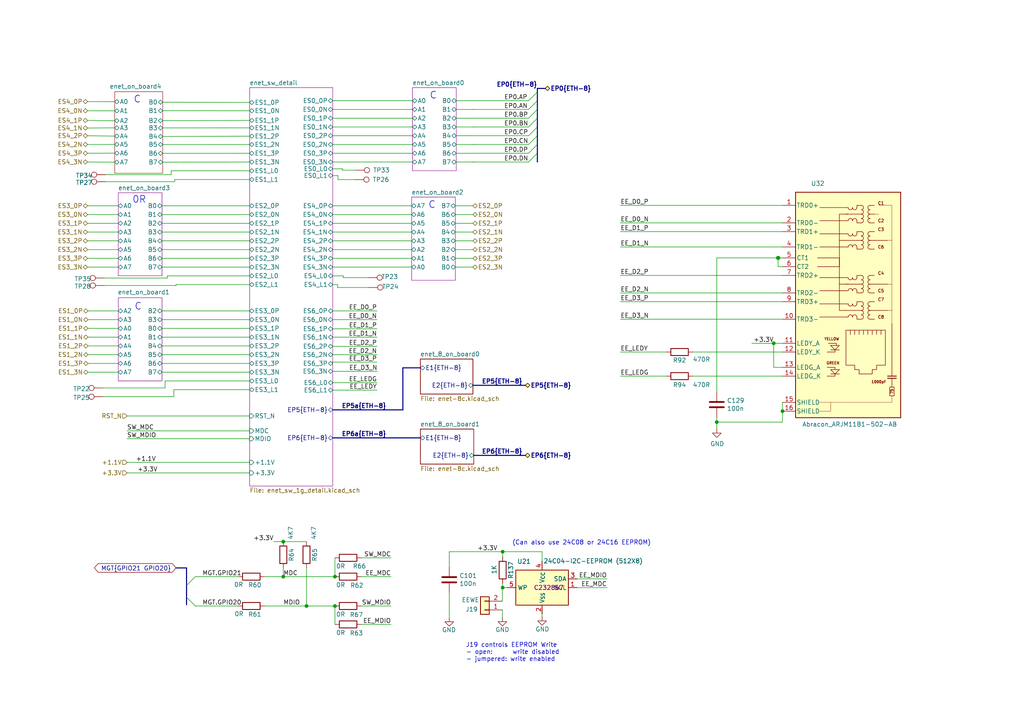
<source format=kicad_sch>
(kicad_sch (version 20230121) (generator eeschema)
  (paper "A4")
  (title_block (title "Penta-Pi") (date "2022-09-05") (rev "2.0") (comment 1 "fjc"))
  (lib_symbols
    (symbol "CM4IO:Abracon_ARJM11B1-502-AB" (pin_names (offset 0.254))
      (property "Reference" "U" (at -2.54 67.31 0))
      (property "Value" "Abracon_ARJM11B1-502-AB" (at 0 -1.905 0))
      (symbol "Abracon_ARJM11B1-502-AB_0_1"
        (polyline (pts (xy 8.89 59.055) (xy 7.62 59.055)) (stroke (width 0.0005)))
        (polyline (pts (xy 11.43 31.115) (xy 12.7 31.115)) (stroke (width 0.0005)))
        (polyline (pts (xy 11.43 38.735) (xy 12.7 38.735)) (stroke (width 0.0005)))
        (polyline (pts (xy 11.43 51.435) (xy 12.7 51.435)) (stroke (width 0.0005)))
        (polyline (pts (xy -5.08 4.445) (xy -5.08 1.905) (xy -8.255 1.905)) (stroke (width 0.0005)))
        (polyline (pts (xy 12.7 6.35) (xy 12.7 4.445) (xy -8.255 4.445)) (stroke (width 0.0005)))
        (polyline (pts (xy 12.7 27.305) (xy 12.7 61.595) (xy 8.89 61.595)) (stroke (width 0.0005)))
        (polyline (pts (xy 3.81 31.115) (xy -2.54 31.115) (xy -2.54 38.735) (xy 0 38.735) (xy -2.54 38.735)))
        (polyline (pts (xy 3.81 51.435) (xy -2.54 51.435) (xy -2.54 59.055) (xy 0 59.055) (xy -2.54 59.055)))
      )
      (symbol "Abracon_ARJM11B1-502-AB_1_1"
        (rectangle (start -15.24 65.405) (end 15.24 0) (stroke (width 0.254)) (fill (type background)))
        (polyline (pts (xy -2.54 12.7) (xy -5.08 12.7)))
        (polyline (pts (xy -2.54 19.685) (xy -5.08 19.685)))
        (polyline (pts (xy -2.54 38.735) (xy -2.54 51.435)))
        (polyline (pts (xy -0.635 38.735) (xy 3.81 38.735)))
        (polyline (pts (xy -0.635 59.055) (xy 3.81 59.055)))
        (polyline (pts (xy 0 29.21) (xy -8.255 29.21)))
        (polyline (pts (xy 0 33.02) (xy -8.255 33.02)))
        (polyline (pts (xy 0 36.83) (xy -8.255 36.83)))
        (polyline (pts (xy 0 40.64) (xy -8.255 40.64)))
        (polyline (pts (xy 0 49.53) (xy -8.255 49.53)))
        (polyline (pts (xy 0 53.34) (xy -8.255 53.34)))
        (polyline (pts (xy 0 57.15) (xy -8.255 57.15)))
        (polyline (pts (xy 0 60.96) (xy -8.255 60.96)))
        (polyline (pts (xy 0.635 24.13) (xy 0.635 25.4)))
        (polyline (pts (xy 1.905 25.4) (xy 1.905 24.13)))
        (polyline (pts (xy 3.175 25.4) (xy 3.175 24.13)))
        (polyline (pts (xy 4.445 25.4) (xy 4.445 24.13)))
        (polyline (pts (xy 5.715 25.4) (xy 5.715 24.13)))
        (polyline (pts (xy 6.35 28.575) (xy 7.62 28.575)))
        (polyline (pts (xy 6.35 31.115) (xy 7.62 31.115)))
        (polyline (pts (xy 6.35 33.655) (xy 7.62 33.655)))
        (polyline (pts (xy 6.35 36.195) (xy 7.62 36.195)))
        (polyline (pts (xy 6.35 38.735) (xy 7.62 38.735)))
        (polyline (pts (xy 6.35 41.275) (xy 7.62 41.275)))
        (polyline (pts (xy 6.35 48.895) (xy 7.62 48.895)))
        (polyline (pts (xy 6.35 51.435) (xy 7.62 51.435)))
        (polyline (pts (xy 6.35 53.975) (xy 7.62 53.975)))
        (polyline (pts (xy 6.35 56.515) (xy 7.62 56.515)))
        (polyline (pts (xy 6.35 59.055) (xy 7.62 59.055)))
        (polyline (pts (xy 6.35 61.595) (xy 7.62 61.595)))
        (polyline (pts (xy 6.985 25.4) (xy 6.985 24.13)))
        (polyline (pts (xy 7.62 31.115) (xy 11.43 31.115)))
        (polyline (pts (xy 7.62 38.735) (xy 11.43 38.735)))
        (polyline (pts (xy 7.62 51.435) (xy 11.43 51.435)))
        (polyline (pts (xy 8.255 24.13) (xy 8.255 25.4)))
        (polyline (pts (xy 9.525 24.13) (xy 9.525 25.4)))
        (polyline (pts (xy 11.43 11.43) (xy 13.97 11.43)) (stroke (width 0.254)))
        (polyline (pts (xy 11.43 12.065) (xy 13.97 12.065)) (stroke (width 0.254)))
        (polyline (pts (xy 12.7 8.89) (xy 12.7 11.43)))
        (polyline (pts (xy 12.7 12.065) (xy 12.7 27.305)))
        (polyline (pts (xy -6.096 12.065) (xy -3.81 12.065) (xy -3.81 12.7)))
        (polyline (pts (xy -6.096 14.605) (xy -3.81 14.605) (xy -3.81 13.97)))
        (polyline (pts (xy -5.715 21.59) (xy -3.429 21.59) (xy -3.429 20.955)))
        (polyline (pts (xy -3.81 19.685) (xy -3.81 19.05) (xy -6.096 19.05)))
        (polyline (pts (xy 2.54 29.21) (xy 2.54 28.575) (xy 3.81 28.575)))
        (polyline (pts (xy 2.54 36.83) (xy 2.54 36.195) (xy 3.81 36.195)))
        (polyline (pts (xy 2.54 49.53) (xy 2.54 48.895) (xy 3.81 48.895)))
        (polyline (pts (xy 2.54 57.15) (xy 2.54 56.515) (xy 3.81 56.515)))
        (polyline (pts (xy 3.81 33.655) (xy 2.54 33.655) (xy 2.54 33.02)))
        (polyline (pts (xy 3.81 41.275) (xy 2.54 41.275) (xy 2.54 40.64)))
        (polyline (pts (xy 3.81 53.975) (xy 2.54 53.975) (xy 2.54 53.34)))
        (polyline (pts (xy 3.81 61.595) (xy 2.54 61.595) (xy 2.54 60.96)))
        (polyline (pts (xy -8.89 43.815) (xy -2.54 43.815) (xy -2.54 46.355) (xy -8.89 46.355)))
        (polyline (pts (xy -5.08 20.955) (xy -2.54 20.955) (xy -3.81 19.685) (xy -5.08 20.955)))
        (polyline (pts (xy -2.54 13.97) (xy -5.08 13.97) (xy -3.81 12.7) (xy -2.54 13.97)))
        (polyline (pts (xy -0.635 25.4) (xy 10.795 25.4) (xy 10.795 15.24) (xy 8.255 15.24) (xy 8.255 13.97) (xy 6.985 13.97) (xy 6.985 12.7) (xy 3.175 12.7) (xy 3.175 13.97) (xy 1.905 13.97) (xy 1.905 15.24) (xy -0.635 15.24) (xy -0.635 25.4)))
        (arc (start 0 33.02) (mid 0.635 32.3877) (end 1.27 33.02))
        (arc (start 0 40.64) (mid 0.635 40.0077) (end 1.27 40.64))
        (arc (start 0 53.34) (mid 0.635 52.7077) (end 1.27 53.34))
        (arc (start 0 60.96) (mid 0.635 60.3277) (end 1.27 60.96))
        (arc (start 1.27 29.21) (mid 0.635 29.8423) (end 0 29.21))
        (arc (start 1.27 33.02) (mid 1.905 32.3877) (end 2.54 33.02))
        (arc (start 1.27 36.83) (mid 0.635 37.4623) (end 0 36.83))
        (arc (start 1.27 40.64) (mid 1.905 40.0077) (end 2.54 40.64))
        (arc (start 1.27 49.53) (mid 0.635 50.1623) (end 0 49.53))
        (arc (start 1.27 53.34) (mid 1.905 52.7077) (end 2.54 53.34))
        (arc (start 1.27 57.15) (mid 0.635 57.7823) (end 0 57.15))
        (arc (start 1.27 60.96) (mid 1.905 60.3277) (end 2.54 60.96))
        (arc (start 2.54 29.21) (mid 1.905 29.8423) (end 1.27 29.21))
        (arc (start 2.54 36.83) (mid 1.905 37.4623) (end 1.27 36.83))
        (arc (start 2.54 49.53) (mid 1.905 50.1623) (end 1.27 49.53))
        (arc (start 2.54 57.15) (mid 1.905 57.7823) (end 1.27 57.15))
        (arc (start 3.81 28.575) (mid 4.4423 29.21) (end 3.81 29.845))
        (arc (start 3.81 29.845) (mid 4.4423 30.48) (end 3.81 31.115))
        (arc (start 3.81 31.115) (mid 4.4423 31.75) (end 3.81 32.385))
        (arc (start 3.81 32.385) (mid 4.4423 33.02) (end 3.81 33.655))
        (arc (start 3.81 36.195) (mid 4.4423 36.83) (end 3.81 37.465))
        (arc (start 3.81 37.465) (mid 4.4423 38.1) (end 3.81 38.735))
        (arc (start 3.81 38.735) (mid 4.4423 39.37) (end 3.81 40.005))
        (arc (start 3.81 40.005) (mid 4.4423 40.64) (end 3.81 41.275))
        (arc (start 3.81 48.895) (mid 4.4423 49.53) (end 3.81 50.165))
        (arc (start 3.81 50.165) (mid 4.4423 50.8) (end 3.81 51.435))
        (arc (start 3.81 51.435) (mid 4.4423 52.07) (end 3.81 52.705))
        (arc (start 3.81 52.705) (mid 4.4423 53.34) (end 3.81 53.975))
        (arc (start 3.81 56.515) (mid 4.4423 57.15) (end 3.81 57.785))
        (arc (start 3.81 57.785) (mid 4.4423 58.42) (end 3.81 59.055))
        (arc (start 3.81 59.055) (mid 4.4423 59.69) (end 3.81 60.325))
        (arc (start 3.81 60.325) (mid 4.4423 60.96) (end 3.81 61.595))
        (arc (start 6.35 29.845) (mid 5.7177 29.21) (end 6.35 28.575))
        (arc (start 6.35 31.115) (mid 5.7177 30.48) (end 6.35 29.845))
        (arc (start 6.35 32.385) (mid 5.7177 31.75) (end 6.35 31.115))
        (arc (start 6.35 33.655) (mid 5.7177 33.02) (end 6.35 32.385))
        (arc (start 6.35 37.465) (mid 5.7177 36.83) (end 6.35 36.195))
        (arc (start 6.35 38.735) (mid 5.7177 38.1) (end 6.35 37.465))
        (arc (start 6.35 40.005) (mid 5.7177 39.37) (end 6.35 38.735))
        (arc (start 6.35 41.275) (mid 5.7177 40.64) (end 6.35 40.005))
        (arc (start 6.35 50.165) (mid 5.7177 49.53) (end 6.35 48.895))
        (arc (start 6.35 51.435) (mid 5.7177 50.8) (end 6.35 50.165))
        (arc (start 6.35 52.705) (mid 5.7177 52.07) (end 6.35 51.435))
        (arc (start 6.35 53.975) (mid 5.7177 53.34) (end 6.35 52.705))
        (arc (start 6.35 57.785) (mid 5.7177 57.15) (end 6.35 56.515))
        (arc (start 6.35 59.055) (mid 5.7177 58.42) (end 6.35 57.785))
        (arc (start 6.35 60.325) (mid 5.7177 59.69) (end 6.35 59.055))
        (arc (start 6.35 61.595) (mid 5.7177 60.96) (end 6.35 60.325))
        (rectangle (start 13.335 6.35) (end 12.065 8.89))
        (text "1000pF" (at 8.89 10.414 0) (effects (font (size 0.762 0.762))))
        (text "75" (at 12.7 7.62 900) (effects (font (size 0.762 0.762))))
        (text "C1" (at 9.525 62.23 0) (effects (font (size 0.889 0.889))))
        (text "C2" (at 9.525 57.15 0) (effects (font (size 0.889 0.889))))
        (text "C3" (at 9.525 54.61 0) (effects (font (size 0.889 0.889))))
        (text "C4" (at 9.525 41.91 0) (effects (font (size 0.889 0.889))))
        (text "C5" (at 9.525 36.83 0) (effects (font (size 0.889 0.889))))
        (text "C6" (at 9.525 49.53 0) (effects (font (size 0.889 0.889))))
        (text "C7" (at 9.525 34.29 0) (effects (font (size 0.889 0.889))))
        (text "C8" (at 9.525 29.21 0) (effects (font (size 0.889 0.889))))
        (text "GREEN" (at -6.35 15.875 0) (effects (font (size 0.762 0.762)) (justify left)))
        (text "YELLOW" (at -6.985 22.86 0) (effects (font (size 0.762 0.762)) (justify left)))
        (pin passive line (at -19.05 61.595 0) (length 3.81) (name "TRD0+") (number "1"))
        (pin passive line (at -19.05 28.575 0) (length 3.81) (name "TRD3-") (number "10"))
        (pin passive line (at -19.05 21.59 0) (length 3.81) (name "LEDY_A") (number "11"))
        (pin passive line (at -19.05 19.05 0) (length 3.81) (name "LEDY_K") (number "12"))
        (pin passive line (at -19.05 14.605 0) (length 3.81) (name "LEDG_A") (number "13"))
        (pin passive line (at -19.05 12.065 0) (length 3.81) (name "LEDG_K") (number "14"))
        (pin passive line (at -19.05 4.445 0) (length 3.81) (name "SHIELD") (number "15"))
        (pin passive line (at -19.05 1.905 0) (length 3.81) (name "SHIELD") (number "16"))
        (pin passive line (at -19.05 56.515 0) (length 3.81) (name "TRD0-") (number "2"))
        (pin passive line (at -19.05 53.975 0) (length 3.81) (name "TRD1+") (number "3"))
        (pin passive line (at -19.05 49.53 0) (length 3.81) (name "TRD1-") (number "4"))
        (pin passive line (at -19.05 46.355 0) (length 3.81) (name "CT1") (number "5"))
        (pin passive line (at -19.05 43.815 0) (length 3.81) (name "CT2") (number "6"))
        (pin passive line (at -19.05 41.275 0) (length 3.81) (name "TRD2+") (number "7"))
        (pin passive line (at -19.05 36.195 0) (length 3.81) (name "TRD2-") (number "8"))
        (pin passive line (at -19.05 33.655 0) (length 3.81) (name "TRD3+") (number "9"))
      )
    )
    (symbol "Connector:TestPoint" (pin_numbers hide) (pin_names (offset 0.762) hide) (in_bom no)
      (property "Reference" "TP" (at 0 6.858 0))
      (property "Value" "TestPoint" (at 0 5.08 0))
      (symbol "TestPoint_0_1"
        (circle (center 0 3.302) (radius 0.762))
      )
      (symbol "TestPoint_1_1"
        (pin passive line (at 0 0 90) (length 2.54) (name "1") (number "1"))
      )
    )
    (symbol "Connector_Generic:Conn_01x02" (pin_names (offset 1.016) hide)
      (property "Reference" "J" (at 0 2.54 0))
      (property "Value" "Conn_01x02" (at 0 -5.08 0))
      (symbol "Conn_01x02_1_1"
        (rectangle (start -1.27 -2.413) (end 0 -2.667) (stroke (width 0.1524)))
        (rectangle (start -1.27 0.127) (end 0 -0.127) (stroke (width 0.1524)))
        (rectangle (start -1.27 1.27) (end 1.27 -3.81) (stroke (width 0.254)) (fill (type background)))
        (pin passive line (at -5.08 0 0) (length 3.81) (name "Pin_1") (number "1"))
        (pin passive line (at -5.08 -2.54 0) (length 3.81) (name "Pin_2") (number "2"))
      )
    )
    (symbol "Device:C" (pin_numbers hide) (pin_names (offset 0.254))
      (property "Reference" "C" (at 0.635 2.54 0))
      (property "Value" "C" (at 0.635 -2.54 0))
      (symbol "C_0_1"
        (polyline (pts (xy -2.032 -0.762) (xy 2.032 -0.762)) (stroke (width 0.508)))
        (polyline (pts (xy -2.032 0.762) (xy 2.032 0.762)) (stroke (width 0.508)))
      )
      (symbol "C_1_1"
        (pin passive line (at 0 3.81 270) (length 2.794) (name "~") (number "1"))
        (pin passive line (at 0 -3.81 90) (length 2.794) (name "~") (number "2"))
      )
    )
    (symbol "Device:R" (pin_numbers hide) (pin_names (offset 0))
      (property "Reference" "R" (at 2.032 0 90))
      (property "Value" "R" (at 0 0 90))
      (symbol "R_0_1"
        (rectangle (start -1.016 -2.54) (end 1.016 2.54) (stroke (width 0.254)))
      )
      (symbol "R_1_1"
        (pin passive line (at 0 3.81 270) (length 1.27) (name "~") (number "1"))
        (pin passive line (at 0 -3.81 90) (length 1.27) (name "~") (number "2"))
      )
    )
    (symbol "Memory_EEPROM:24AA02-OT"
      (property "Reference" "U" (at -7.62 6.35 0))
      (property "Value" "24AA02-OT" (at 2.54 -6.35 0))
      (symbol "24AA02-OT_1_1"
        (rectangle (start -7.62 5.08) (end 7.62 -5.08) (stroke (width 0.254)) (fill (type background)))
        (pin input line (at 10.16 0 180) (length 2.54) (name "SCL") (number "1"))
        (pin power_in line (at 0 -7.62 90) (length 2.54) (name "V_{SS}") (number "2"))
        (pin bidirectional line (at 10.16 2.54 180) (length 2.54) (name "SDA") (number "3"))
        (pin power_in line (at 0 7.62 270) (length 2.54) (name "V_{CC}") (number "4"))
        (pin input line (at -10.16 0 0) (length 2.54) (name "WP") (number "5"))
      )
    )
    (symbol "TestPoint_1" (pin_numbers hide) (pin_names (offset 0.762) hide) (in_bom no)
      (property "Reference" "TP" (at 0 6.858 0))
      (property "Value" "TestPoint" (at 0 5.08 0))
      (symbol "TestPoint_1_0_1"
        (circle (center 0 3.302) (radius 0.762))
      )
      (symbol "TestPoint_1_1_1"
        (pin passive line (at 0 0 90) (length 2.54) (name "1") (number "1"))
      )
    )
    (symbol "TestPoint_2" (pin_numbers hide) (pin_names (offset 0.762) hide) (in_bom no)
      (property "Reference" "TP" (at 0 6.858 0))
      (property "Value" "TestPoint" (at 0 5.08 0))
      (symbol "TestPoint_2_0_1"
        (circle (center 0 3.302) (radius 0.762))
      )
      (symbol "TestPoint_2_1_1"
        (pin passive line (at 0 0 90) (length 2.54) (name "1") (number "1"))
      )
    )
    (symbol "TestPoint_3" (pin_numbers hide) (pin_names (offset 0.762) hide) (in_bom no)
      (property "Reference" "TP" (at 0 6.858 0))
      (property "Value" "TestPoint" (at 0 5.08 0))
      (symbol "TestPoint_3_0_1"
        (circle (center 0 3.302) (radius 0.762))
      )
      (symbol "TestPoint_3_1_1"
        (pin passive line (at 0 0 90) (length 2.54) (name "1") (number "1"))
      )
    )
    (symbol "TestPoint_4" (pin_numbers hide) (pin_names (offset 0.762) hide) (in_bom no)
      (property "Reference" "TP" (at 0 6.858 0))
      (property "Value" "TestPoint" (at 0 5.08 0))
      (symbol "TestPoint_4_0_1"
        (circle (center 0 3.302) (radius 0.762))
      )
      (symbol "TestPoint_4_1_1"
        (pin passive line (at 0 0 90) (length 2.54) (name "1") (number "1"))
      )
    )
    (symbol "TestPoint_5" (pin_numbers hide) (pin_names (offset 0.762) hide) (in_bom no)
      (property "Reference" "TP" (at 0 6.858 0))
      (property "Value" "TestPoint" (at 0 5.08 0))
      (symbol "TestPoint_5_0_1"
        (circle (center 0 3.302) (radius 0.762))
      )
      (symbol "TestPoint_5_1_1"
        (pin passive line (at 0 0 90) (length 2.54) (name "1") (number "1"))
      )
    )
    (symbol "TestPoint_6" (pin_numbers hide) (pin_names (offset 0.762) hide) (in_bom no)
      (property "Reference" "TP" (at 0 6.858 0))
      (property "Value" "TestPoint" (at 0 5.08 0))
      (symbol "TestPoint_6_0_1"
        (circle (center 0 3.302) (radius 0.762))
      )
      (symbol "TestPoint_6_1_1"
        (pin passive line (at 0 0 90) (length 2.54) (name "1") (number "1"))
      )
    )
    (symbol "TestPoint_7" (pin_numbers hide) (pin_names (offset 0.762) hide) (in_bom no)
      (property "Reference" "TP" (at 0 6.858 0))
      (property "Value" "TestPoint" (at 0 5.08 0))
      (symbol "TestPoint_7_0_1"
        (circle (center 0 3.302) (radius 0.762))
      )
      (symbol "TestPoint_7_1_1"
        (pin passive line (at 0 0 90) (length 2.54) (name "1") (number "1"))
      )
    )
    (symbol "TestPoint_8" (pin_numbers hide) (pin_names (offset 0.762) hide) (in_bom no)
      (property "Reference" "TP" (at 0 6.858 0))
      (property "Value" "TestPoint" (at 0 5.08 0))
      (symbol "TestPoint_8_0_1"
        (circle (center 0 3.302) (radius 0.762))
      )
      (symbol "TestPoint_8_1_1"
        (pin passive line (at 0 0 90) (length 2.54) (name "1") (number "1"))
      )
    )
    (symbol "TestPoint_9" (pin_numbers hide) (pin_names (offset 0.762) hide) (in_bom no)
      (property "Reference" "TP" (at 0 6.858 0))
      (property "Value" "TestPoint" (at 0 5.08 0))
      (symbol "TestPoint_9_0_1"
        (circle (center 0 3.302) (radius 0.762))
      )
      (symbol "TestPoint_9_1_1"
        (pin passive line (at 0 0 90) (length 2.54) (name "1") (number "1"))
      )
    )
    (symbol "power:GND" (power) (pin_names (offset 0))
      (property "Value" "GND" (at 0 -3.81 0))
      (symbol "GND_0_1"
        (polyline (pts (xy 0 0) (xy 0 -1.27) (xy 1.27 -1.27) (xy 0 -2.54) (xy -1.27 -1.27) (xy 0 -1.27)))
      )
      (symbol "GND_1_1"
        (pin power_in line (at 0 0 270) (length 0) hide (name "GND") (number "1"))
      )
    )
  )
  (junction (at 97.155 175.768))
  (junction (at 145.796 160.02))
  (junction (at 88.9 175.768))
  (junction (at 82.169 157.099))
  (junction (at 145.796 170.434))
  (junction (at 82.169 167.259))
  (junction (at 207.899 122.428) (diameter 0.9144))
  (junction (at 224.409 99.568) (diameter 0.9144))
  (junction (at 226.949 119.253) (diameter 0.9144))
  (junction (at 225.679 74.803) (diameter 1.016))
  (junction (at 97.155 167.259))
  (bus_entry (at 155.8608 41.9042) (size -2.54 2.54))
  (bus_entry (at 54.102 169.799) (size 2.54 -2.54))
  (bus_entry (at 155.8608 34.2842) (size -2.54 2.54))
  (bus_entry (at 155.8608 39.3642) (size -2.54 2.54))
  (bus_entry (at 155.8608 44.4442) (size -2.54 2.54))
  (bus_entry (at 155.8608 26.6642) (size -2.54 2.54))
  (bus_entry (at 155.8608 31.7442) (size -2.54 2.54))
  (bus_entry (at 54.102 173.228) (size 2.54 2.54))
  (bus_entry (at 155.8608 29.2042) (size -2.54 2.54))
  (bus_entry (at 155.8608 36.8242) (size -2.54 2.54))
  (wire (pts (xy 96.52 97.79) (xy 109.347 97.79)))
  (wire (pts (xy 167.386 167.894) (xy 176.022 167.894)))
  (wire (pts (xy 46.99 97.79) (xy 72.39 97.79)))
  (wire (pts (xy 179.959 84.963) (xy 226.949 84.963)))
  (wire (pts (xy 132.334 41.91) (xy 137.3188 41.91)))
  (wire (pts (xy 47.2002 32.1056) (xy 72.39 32.131)))
  (wire (pts (xy 98.044 52.0892) (xy 102.9859 52.0892)))
  (wire (pts (xy 88.9 175.768) (xy 97.155 175.768)))
  (bus (pts (xy 155.8608 29.2042) (xy 155.8608 31.7442)))
  (wire (pts (xy 96.52 102.87) (xy 109.347 102.87)))
  (wire (pts (xy 96.52 110.998) (xy 109.347 110.998)))
  (wire (pts (xy 137.3188 36.83) (xy 137.3188 36.8242)))
  (wire (pts (xy 47.2002 29.6398) (xy 72.39 29.718)))
  (wire (pts (xy 82.169 167.259) (xy 82.169 164.719)))
  (wire (pts (xy 25.4 29.464) (xy 33.249 29.5002)))
  (wire (pts (xy 46.99 69.85) (xy 72.39 69.85)))
  (wire (pts (xy 137.3188 41.9042) (xy 153.3208 41.9042)))
  (wire (pts (xy 96.52 80.01) (xy 99.568 80.01)))
  (wire (pts (xy 96.52 62.23) (xy 119.38 62.23)))
  (bus (pts (xy 155.8608 36.8242) (xy 155.8608 39.3642)))
  (wire (pts (xy 25.4 39.37) (xy 33.249 39.4745)))
  (wire (pts (xy 96.52 64.77) (xy 119.38 64.77)))
  (wire (pts (xy 145.6991 170.434) (xy 145.6991 174.3659)))
  (wire (pts (xy 107.0047 83.3838) (xy 97.917 83.3838)))
  (wire (pts (xy 137.3188 29.21) (xy 137.3188 29.2042)))
  (wire (pts (xy 76.708 167.259) (xy 82.169 167.259)))
  (wire (pts (xy 179.959 102.108) (xy 193.294 102.108)))
  (wire (pts (xy 132.334 34.29) (xy 137.3188 34.29)))
  (wire (pts (xy 96.52 74.93) (xy 119.38 74.93)))
  (wire (pts (xy 96.52 107.696) (xy 109.474 107.696)))
  (wire (pts (xy 137.3188 46.99) (xy 137.3188 46.9842)))
  (wire (pts (xy 96.52 39.37) (xy 119.634 39.37)))
  (wire (pts (xy 96.52 44.45) (xy 119.634 44.45)))
  (wire (pts (xy 224.409 106.553) (xy 224.409 99.568)))
  (bus (pts (xy 155.8608 26.6642) (xy 155.8608 29.2042)))
  (wire (pts (xy 130.302 171.958) (xy 130.302 179.07)))
  (wire (pts (xy 46.99 62.23) (xy 72.39 62.23)))
  (wire (pts (xy 226.949 77.343) (xy 225.679 77.343)))
  (wire (pts (xy 179.959 92.583) (xy 226.949 92.583)))
  (wire (pts (xy 36.83 127.254) (xy 72.39 127.254)))
  (wire (pts (xy 79.375 157.099) (xy 82.169 157.099)))
  (wire (pts (xy 137.16 64.77) (xy 132.08 64.77)))
  (wire (pts (xy 218.059 99.568) (xy 224.409 99.568)))
  (wire (pts (xy 224.409 99.568) (xy 226.949 99.568)))
  (wire (pts (xy 104.775 175.768) (xy 113.411 175.768)))
  (wire (pts (xy 157.226 178.816) (xy 157.226 178.054)))
  (wire (pts (xy 137.16 74.93) (xy 132.08 74.93)))
  (wire (pts (xy 179.959 79.883) (xy 226.949 79.883)))
  (wire (pts (xy 25.4 44.45) (xy 33.249 44.4202)))
  (wire (pts (xy 25.4 41.91) (xy 33.249 41.8881)))
  (wire (pts (xy 99.568 80.5213) (xy 106.8139 80.5213)))
  (wire (pts (xy 46.99 64.77) (xy 72.39 64.77)))
  (wire (pts (xy 104.775 167.259) (xy 113.411 167.259)))
  (wire (pts (xy 130.302 164.338) (xy 130.302 160.02)))
  (wire (pts (xy 132.334 39.37) (xy 137.3188 39.37)))
  (wire (pts (xy 96.52 113.157) (xy 109.347 113.157)))
  (bus (pts (xy 116.84 106.68) (xy 121.92 106.68)))
  (wire (pts (xy 50.419 113.03) (xy 72.39 113.03)))
  (wire (pts (xy 50.419 115.062) (xy 29.845 115.062)))
  (wire (pts (xy 46.99 90.17) (xy 72.39 90.17)))
  (wire (pts (xy 137.16 62.23) (xy 132.08 62.23)))
  (wire (pts (xy 130.302 160.02) (xy 145.796 160.02)))
  (wire (pts (xy 96.52 31.75) (xy 119.634 31.75)))
  (wire (pts (xy 132.334 44.45) (xy 137.3188 44.45)))
  (wire (pts (xy 179.959 59.563) (xy 226.949 59.563)))
  (bus (pts (xy 155.8608 39.3642) (xy 155.8608 41.9042)))
  (wire (pts (xy 137.3188 39.3642) (xy 153.3208 39.3642)))
  (bus (pts (xy 155.8608 34.2842) (xy 155.8608 36.8242)))
  (wire (pts (xy 137.3188 46.9842) (xy 153.3208 46.9842)))
  (wire (pts (xy 179.959 109.093) (xy 193.294 109.093)))
  (wire (pts (xy 47.2002 34.9895) (xy 72.39 34.925)))
  (wire (pts (xy 104.775 181.102) (xy 113.411 181.102)))
  (wire (pts (xy 46.99 59.69) (xy 72.39 59.69)))
  (wire (pts (xy 30.607 52.705) (xy 50.673 52.705)))
  (wire (pts (xy 50.673 52.07) (xy 72.39 52.07)))
  (wire (pts (xy 50.673 52.705) (xy 50.673 52.07)))
  (wire (pts (xy 25.4 62.23) (xy 34.29 62.23)))
  (wire (pts (xy 132.334 46.99) (xy 137.3188 46.99)))
  (wire (pts (xy 47.879 112.522) (xy 47.879 110.49)))
  (wire (pts (xy 56.642 175.768) (xy 69.088 175.768)))
  (bus (pts (xy 96.52 118.872) (xy 116.84 118.872)))
  (wire (pts (xy 145.7252 179.0293) (xy 145.7252 176.9059)))
  (wire (pts (xy 36.83 134.112) (xy 72.39 134.112)))
  (wire (pts (xy 137.3188 41.91) (xy 137.3188 41.9042)))
  (wire (pts (xy 132.334 31.75) (xy 137.3188 31.75)))
  (bus (pts (xy 155.8608 31.7442) (xy 155.8608 34.2842)))
  (wire (pts (xy 137.3188 31.75) (xy 137.3188 31.7442)))
  (bus (pts (xy 51.054 164.719) (xy 54.102 164.719)))
  (bus (pts (xy 54.102 164.719) (xy 54.102 169.799)))
  (bus (pts (xy 54.102 169.799) (xy 54.102 173.228)))
  (wire (pts (xy 137.3188 31.7442) (xy 153.3208 31.7442)))
  (wire (pts (xy 97.155 161.798) (xy 97.155 167.259)))
  (wire (pts (xy 137.3188 34.29) (xy 137.3188 34.2842)))
  (wire (pts (xy 96.52 77.47) (xy 119.38 77.47)))
  (wire (pts (xy 179.959 67.183) (xy 226.949 67.183)))
  (wire (pts (xy 98.044 50.9256) (xy 96.52 50.9256)))
  (wire (pts (xy 46.99 95.25) (xy 72.39 95.25)))
  (wire (pts (xy 47.2002 39.5812) (xy 72.39 39.497)))
  (bus (pts (xy 54.102 173.228) (xy 54.102 175.387)))
  (wire (pts (xy 96.52 48.9662) (xy 99.314 48.9662)))
  (wire (pts (xy 145.796 160.02) (xy 145.796 161.544)))
  (wire (pts (xy 25.527 107.95) (xy 34.29 107.95)))
  (wire (pts (xy 88.9 175.768) (xy 88.9 164.719)))
  (wire (pts (xy 200.914 109.093) (xy 226.949 109.093)))
  (wire (pts (xy 137.3188 44.45) (xy 137.3188 44.4442)))
  (wire (pts (xy 46.99 77.47) (xy 72.39 77.47)))
  (wire (pts (xy 137.3188 44.4442) (xy 153.3208 44.4442)))
  (wire (pts (xy 25.527 100.33) (xy 34.29 100.33)))
  (wire (pts (xy 56.642 167.259) (xy 69.088 167.259)))
  (wire (pts (xy 36.83 120.65) (xy 72.39 120.65)))
  (wire (pts (xy 179.959 87.503) (xy 226.949 87.503)))
  (wire (pts (xy 137.16 77.47) (xy 132.08 77.47)))
  (wire (pts (xy 46.99 102.87) (xy 72.39 102.87)))
  (wire (pts (xy 137.3188 29.2042) (xy 153.3208 29.2042)))
  (wire (pts (xy 226.949 116.713) (xy 226.949 119.253)))
  (wire (pts (xy 207.899 122.428) (xy 226.949 122.428)))
  (wire (pts (xy 226.949 119.253) (xy 226.949 122.428)))
  (wire (pts (xy 96.52 100.457) (xy 109.347 100.457)))
  (wire (pts (xy 25.4 64.77) (xy 34.29 64.77)))
  (wire (pts (xy 25.4 37.1351) (xy 33.249 37.0811)))
  (wire (pts (xy 76.708 175.768) (xy 88.9 175.768)))
  (wire (pts (xy 137.3188 39.37) (xy 137.3188 39.3642)))
  (wire (pts (xy 46.99 92.71) (xy 72.39 92.71)))
  (wire (pts (xy 25.527 90.17) (xy 34.29 90.17)))
  (wire (pts (xy 46.99 74.93) (xy 72.39 74.93)))
  (wire (pts (xy 225.679 77.343) (xy 225.679 74.803)))
  (wire (pts (xy 137.16 72.39) (xy 132.08 72.39)))
  (wire (pts (xy 25.527 95.25) (xy 34.29 95.25)))
  (wire (pts (xy 46.99 107.95) (xy 72.39 107.95)))
  (bus (pts (xy 116.84 118.872) (xy 116.84 106.68)))
  (wire (pts (xy 99.314 48.9662) (xy 99.314 49.3512)))
  (wire (pts (xy 132.334 36.83) (xy 137.3188 36.83)))
  (wire (pts (xy 25.4 32.131) (xy 33.249 32.1371)))
  (wire (pts (xy 82.169 157.099) (xy 88.9 157.099)))
  (wire (pts (xy 25.527 92.71) (xy 34.29 92.71)))
  (wire (pts (xy 50.419 115.062) (xy 50.419 113.03)))
  (wire (pts (xy 96.52 59.69) (xy 119.38 59.69)))
  (wire (pts (xy 96.52 67.31) (xy 119.38 67.31)))
  (wire (pts (xy 96.52 90.17) (xy 109.347 90.17)))
  (wire (pts (xy 145.6991 170.434) (xy 145.796 170.434)))
  (wire (pts (xy 137.3188 36.8242) (xy 153.3208 36.8242)))
  (wire (pts (xy 47.2002 47.0399) (xy 72.39 46.99)))
  (wire (pts (xy 145.7252 176.9059) (xy 145.6991 176.9059)))
  (wire (pts (xy 25.4 34.925) (xy 33.249 35.0127)))
  (wire (pts (xy 207.899 74.803) (xy 225.679 74.803)))
  (wire (pts (xy 96.52 46.99) (xy 119.634 46.99)))
  (wire (pts (xy 96.52 95.377) (xy 109.347 95.377)))
  (wire (pts (xy 226.949 106.553) (xy 224.409 106.553)))
  (wire (pts (xy 96.52 82.55) (xy 97.917 82.55)))
  (wire (pts (xy 25.4 69.85) (xy 34.29 69.85)))
  (wire (pts (xy 96.52 36.83) (xy 119.634 36.83)))
  (wire (pts (xy 137.3188 34.2842) (xy 153.3208 34.2842)))
  (wire (pts (xy 96.52 72.39) (xy 119.38 72.39)))
  (wire (pts (xy 47.2002 41.9072) (xy 72.39 41.91)))
  (bus (pts (xy 155.8608 41.9042) (xy 155.8608 44.4442)))
  (wire (pts (xy 97.917 83.3838) (xy 97.917 82.55)))
  (wire (pts (xy 99.314 49.3512) (xy 103.121 49.3512)))
  (wire (pts (xy 226.949 74.803) (xy 225.679 74.803)))
  (wire (pts (xy 99.568 80.01) (xy 99.568 80.5213)))
  (wire (pts (xy 98.044 52.0892) (xy 98.044 50.9256)))
  (wire (pts (xy 25.4 67.31) (xy 34.29 67.31)))
  (wire (pts (xy 25.4 46.99) (xy 33.249 47.0399)))
  (wire (pts (xy 47.879 110.49) (xy 72.39 110.49)))
  (wire (pts (xy 96.52 69.85) (xy 119.38 69.85)))
  (wire (pts (xy 48.514 80.01) (xy 72.39 80.01)))
  (wire (pts (xy 46.99 67.31) (xy 72.39 67.31)))
  (wire (pts (xy 200.914 102.108) (xy 226.949 102.108)))
  (wire (pts (xy 167.386 170.434) (xy 176.022 170.434)))
  (bus (pts (xy 155.8608 25.6482) (xy 155.8608 26.6642)))
  (wire (pts (xy 25.4 74.93) (xy 34.29 74.93)))
  (wire (pts (xy 96.52 29.21) (xy 119.634 29.21)))
  (wire (pts (xy 25.527 102.87) (xy 34.29 102.87)))
  (wire (pts (xy 97.155 175.768) (xy 97.155 181.102)))
  (wire (pts (xy 132.334 29.21) (xy 137.3188 29.21)))
  (bus (pts (xy 155.8608 46.9228) (xy 155.878 46.9228)))
  (wire (pts (xy 36.83 124.968) (xy 72.39 124.968)))
  (bus (pts (xy 158.1468 25.6482) (xy 155.8608 25.6482)))
  (wire (pts (xy 179.959 64.643) (xy 226.949 64.643)))
  (wire (pts (xy 25.4 72.39) (xy 34.29 72.39)))
  (wire (pts (xy 157.226 160.02) (xy 157.226 162.814)))
  (bus (pts (xy 137.16 111.76) (xy 152.4 111.76)))
  (bus (pts (xy 96.52 127) (xy 121.92 127)))
  (wire (pts (xy 30.226 80.645) (xy 48.514 80.645)))
  (wire (pts (xy 48.514 80.645) (xy 48.514 80.01)))
  (wire (pts (xy 179.959 71.628) (xy 226.949 71.628)))
  (wire (pts (xy 96.52 34.29) (xy 119.634 34.29)))
  (wire (pts (xy 96.393 105.029) (xy 96.52 105.41)))
  (wire (pts (xy 30.607 50.673) (xy 49.657 50.673)))
  (wire (pts (xy 49.657 49.53) (xy 72.39 49.53)))
  (wire (pts (xy 49.657 50.673) (xy 49.657 49.53)))
  (wire (pts (xy 46.99 105.41) (xy 72.39 105.41)))
  (wire (pts (xy 96.393 105.029) (xy 109.347 105.029)))
  (wire (pts (xy 145.796 169.164) (xy 145.796 170.434)))
  (wire (pts (xy 30.226 82.804) (xy 51.054 82.804)))
  (wire (pts (xy 51.054 82.55) (xy 72.39 82.55)))
  (wire (pts (xy 51.054 82.804) (xy 51.054 82.55)))
  (wire (pts (xy 137.16 67.31) (xy 132.08 67.31)))
  (wire (pts (xy 46.99 100.33) (xy 72.39 100.33)))
  (wire (pts (xy 104.775 161.798) (xy 113.411 161.798)))
  (wire (pts (xy 137.16 59.69) (xy 132.08 59.69)))
  (wire (pts (xy 36.83 137.16) (xy 72.39 137.16)))
  (wire (pts (xy 25.4 59.69) (xy 34.29 59.69)))
  (wire (pts (xy 29.845 112.522) (xy 47.879 112.522)))
  (wire (pts (xy 46.99 72.39) (xy 72.39 72.39)))
  (wire (pts (xy 145.796 170.434) (xy 147.066 170.434)))
  (wire (pts (xy 207.899 113.538) (xy 207.899 74.803)))
  (bus (pts (xy 137.414 132.08) (xy 152.4 132.08)))
  (wire (pts (xy 47.2002 44.4822) (xy 72.39 44.45)))
  (wire (pts (xy 25.527 97.79) (xy 34.29 97.79)))
  (wire (pts (xy 137.16 69.85) (xy 132.08 69.85)))
  (wire (pts (xy 47.2002 37.1001) (xy 72.39 37.084)))
  (wire (pts (xy 207.899 121.158) (xy 207.899 122.428)))
  (wire (pts (xy 207.899 122.428) (xy 207.899 124.333)))
  (bus (pts (xy 155.8608 44.4442) (xy 155.8608 46.9228)))
  (wire (pts (xy 96.52 41.91) (xy 119.634 41.91)))
  (wire (pts (xy 96.52 92.71) (xy 109.347 92.71)))
  (wire (pts (xy 145.796 160.02) (xy 157.226 160.02)))
  (wire (pts (xy 25.527 105.41) (xy 34.29 105.41)))
  (wire (pts (xy 25.4 77.47) (xy 34.29 77.47)))
  (wire (pts (xy 82.169 167.259) (xy 97.155 167.259)))
  (text "J19 controls EEPROM Write\n- open:      write disabled\n- jumpered: write enabled" (at 135.1185 192.0328 0) (effects (font (size 1.27 1.27)) (justify left bottom)))
  (text "(Can also use 24C08 or 24C16 EEPROM)" (at 148.5401 158.244 0) (effects (font (size 1.27 1.27)) (justify left bottom)))
  (text "0R" (at 38.354 59.182 0) (effects (font (size 2 2)) (justify left bottom)))
  (text "C" (at 124.206 60.706 0) (effects (font (size 2 2)) (justify left bottom)))
  (text "C" (at 38.735 30.099 0) (effects (font (size 2 2)) (justify left bottom)))
  (text "C" (at 124.587 28.956 0) (effects (font (size 2 2)) (justify left bottom)))
  (text "C" (at 38.989 90.17 0) (effects (font (size 2 2)) (justify left bottom)))
  (label "EE_D3_N" (at 179.959 92.583 0))
  (label "EE_LEDY" (at 109.347 113.157 180))
  (label "EP0.AN" (at 146.2088 31.7442 0))
  (label "SW_MDIO" (at 36.83 127.254 0))
  (label "SW_MDIO" (at 113.411 175.768 180))
  (label "EE_MDC" (at 176.022 170.434 180))
  (label "SW_MDC" (at 113.411 161.798 180))
  (label "EE_MDIO" (at 176.022 167.894 180))
  (label "EP0.AP" (at 146.2088 29.2042 0))
  (label "EP0{ETH-8}" (at 155.8608 25.6482 180) (effects (font bold)))
  (label "EE_D1_N" (at 179.959 71.628 0))
  (label "MGT.GPIO21" (at 58.674 167.259 0))
  (label "EE_D1_P" (at 179.959 67.183 0))
  (label "EE_D3_P" (at 179.959 87.503 0))
  (label "EP0.DN" (at 146.2088 46.9842 0))
  (label "EE_D1_N" (at 109.347 97.79 180))
  (label "+1.1V" (at 39.37 134.112 0))
  (label "+3.3V" (at 224.409 99.568 180))
  (label "EE_D3_P" (at 109.347 105.029 180))
  (label "+3.3V" (at 79.375 157.099 180))
  (label "SW_MDC" (at 36.83 124.968 0))
  (label "EE_LEDG" (at 109.347 110.998 180))
  (label "MDC" (at 82.169 167.259 0))
  (label "EE_D0_P" (at 109.347 90.17 180))
  (label "+3.3V" (at 138.43 160.02 0))
  (label "+3.3V" (at 45.72 137.16 180))
  (label "EP6a{ETH-8}" (at 99.06 127 0) (effects (font bold)))
  (label "EP6{ETH-8}" (at 139.7 132.08 0) (effects (font bold)))
  (label "EP5{ETH-8}" (at 139.7 111.76 0) (effects (font bold)))
  (label "EE_D2_N" (at 109.347 102.87 180))
  (label "EP0.DP" (at 146.2088 44.4442 0))
  (label "MDIO" (at 82.169 175.768 0))
  (label "EE_D2_P" (at 109.347 100.457 180))
  (label "EE_D3_N" (at 109.474 107.696 180))
  (label "EE_MDIO" (at 113.411 181.102 180))
  (label "EP0.BN" (at 146.2088 36.8242 0))
  (label "EP0.BP" (at 146.2088 34.2842 0))
  (label "EE_D1_P" (at 109.347 95.377 180))
  (label "EE_D0_N" (at 109.347 92.71 180))
  (label "MGT.GPIO20" (at 58.674 175.768 0))
  (label "EE_D0_N" (at 179.959 64.643 0))
  (label "EE_D2_N" (at 179.959 84.963 0))
  (label "EP0.CN" (at 146.2088 41.9042 0))
  (label "EE_D0_P" (at 179.959 59.563 0))
  (label "EP0.CP" (at 146.2088 39.3642 0))
  (label "EE_MDC" (at 113.411 167.259 180))
  (label "EE_D2_P" (at 179.959 79.883 0))
  (label "EE_LEDG" (at 179.959 109.093 0))
  (label "EE_LEDY" (at 179.959 102.108 0))
  (label "EP5a{ETH-8}" (at 99.06 118.872 0) (effects (font bold)))
  (global_label "MGT{GPIO21 GPIO20}" (shape bidirectional) (at 51.054 164.719 180) (property "Intersheetrefs" "${INTERSHEET_REFS}" (at 28.3118 164.6396 0) (effects (justify right))))
  (hierarchical_label "ES2_3P" (shape bidirectional) (at 137.16 74.93 0))
  (hierarchical_label "ES2_2P" (shape bidirectional) (at 137.16 69.85 0))
  (hierarchical_label "EP6{ETH-8}" (shape bidirectional) (at 152.4 132.08 0) (effects (font bold)))
  (hierarchical_label "ES4_0N" (shape bidirectional) (at 25.4 32.131 180))
  (hierarchical_label "EP5{ETH-8}" (shape bidirectional) (at 152.4 111.76 0) (effects (font bold)))
  (hierarchical_label "ES4_0P" (shape bidirectional) (at 25.4 29.464 180))
  (hierarchical_label "ES1_2P" (shape bidirectional) (at 25.527 100.33 180))
  (hierarchical_label "ES2_0P" (shape bidirectional) (at 137.16 59.69 0))
  (hierarchical_label "ES2_3N" (shape bidirectional) (at 137.16 77.47 0))
  (hierarchical_label "ES2_0N" (shape bidirectional) (at 137.16 62.23 0))
  (hierarchical_label "ES1_0N" (shape bidirectional) (at 25.527 92.71 180))
  (hierarchical_label "ES3_0N" (shape bidirectional) (at 25.4 62.23 180))
  (hierarchical_label "EP0{ETH-8}" (shape bidirectional) (at 158.1468 25.6482 0) (effects (font bold)))
  (hierarchical_label "ES1_2N" (shape bidirectional) (at 25.527 102.87 180))
  (hierarchical_label "+3.3V" (shape input) (at 36.83 137.16 180))
  (hierarchical_label "ES3_2P" (shape bidirectional) (at 25.4 69.85 180))
  (hierarchical_label "ES2_1N" (shape bidirectional) (at 137.16 67.31 0))
  (hierarchical_label "ES4_1P" (shape bidirectional) (at 25.4 34.925 180))
  (hierarchical_label "ES2_1P" (shape bidirectional) (at 137.16 64.77 0))
  (hierarchical_label "ES1_3P" (shape bidirectional) (at 25.527 105.41 180))
  (hierarchical_label "ES1_0P" (shape bidirectional) (at 25.527 90.17 180))
  (hierarchical_label "ES4_3P" (shape bidirectional) (at 25.4 44.45 180))
  (hierarchical_label "ES1_3N" (shape bidirectional) (at 25.527 107.95 180))
  (hierarchical_label "ES3_0P" (shape bidirectional) (at 25.4 59.69 180))
  (hierarchical_label "ES2_2N" (shape bidirectional) (at 137.16 72.39 0))
  (hierarchical_label "ES4_2P" (shape bidirectional) (at 25.4 39.37 180))
  (hierarchical_label "ES3_1N" (shape bidirectional) (at 25.4 67.31 180))
  (hierarchical_label "ES4_2N" (shape bidirectional) (at 25.4 41.91 180))
  (hierarchical_label "ES3_3N" (shape bidirectional) (at 25.4 77.47 180))
  (hierarchical_label "ES3_2N" (shape bidirectional) (at 25.4 72.39 180))
  (hierarchical_label "ES4_1N" (shape bidirectional) (at 25.4 37.1351 180))
  (hierarchical_label "ES4_3N" (shape bidirectional) (at 25.4 46.99 180))
  (hierarchical_label "ES3_1P" (shape bidirectional) (at 25.4 64.77 180))
  (hierarchical_label "RST_N" (shape input) (at 36.83 120.65 180))
  (hierarchical_label "ES3_3P" (shape bidirectional) (at 25.4 74.93 180))
  (hierarchical_label "ES1_1N" (shape bidirectional) (at 25.527 97.79 180))
  (hierarchical_label "ES1_1P" (shape bidirectional) (at 25.527 95.25 180))
  (hierarchical_label "+1.1V" (shape input) (at 36.83 134.112 180))
  (symbol (lib_id "Device:R") (at 197.104 102.108 270) (unit 1)
    (property "Reference" "R92" (at 197.104 104.4702 90))
    (property "Value" "470R" (at 203.454 104.2416 90))
    (property "Footprint" "Resistor_SMD:R_0603_1608Metric" (effects hide))
    (property "LCSC Part Number" "C23179" (effects hide))
  )
  (symbol (lib_id "Device:C") (at 130.302 168.148 0) (unit 1)
    (property "Reference" "C101" (at 133.223 166.9796 0) (effects (justify left)))
    (property "Value" "100n" (at 133.223 169.291 0) (effects (justify left)))
    (property "Footprint" "Capacitor_SMD:C_0402_1005Metric" (effects hide))
    (property "Datasheet" "https://search.murata.co.jp/Ceramy/image/img/A01X/G101/ENG/GRM21BR71A106KA73-01.pdf" (effects hide))
    (property "LCSC Part Number" "C1525" (effects hide))
  )
  (symbol (lib_id "Memory_EEPROM:24AA02-OT") (at 157.226 170.434 0) (unit 1)
    (property "Reference" "U21" (at 153.9798 162.8374 0) (effects (justify right)))
    (property "Value" "24C04-I2C-EEPROM (512X8)" (at 186.4969 162.7166 0) (effects (justify right)))
    (property "Footprint" "Package_TO_SOT_SMD:SOT-23-5" (effects hide))
    (property "Datasheet" "http://ww1.microchip.com/downloads/en/DeviceDoc/21709J.pdf" (effects hide))
    (property "LCSC Part Number" "C232867" (effects hide))
    (property "DESIGN_INITIAL" "    C232867" (at 157.226 170.434 0))
    (property "Part Description" "SOT23-5 EEPROM 512X8" (effects hide))
  )
  (symbol (lib_id "Device:R") (at 197.104 109.093 270) (unit 1)
    (property "Reference" "R94" (at 197.104 111.633 90))
    (property "Value" "470R" (at 203.454 111.633 90))
    (property "Footprint" "Resistor_SMD:R_0603_1608Metric" (effects hide))
    (property "LCSC Part Number" "C23179" (effects hide))
  )
  (symbol (lib_id "Connector_Generic:Conn_01x02") (at 140.6191 176.9059 180) (unit 1)
    (property "Reference" "J19" (at 138.6085 176.7331 0) (effects (justify left)))
    (property "Value" "EEWE" (at 139.0213 173.9981 0) (effects (justify left)))
    (property "Footprint" "Connector_PinHeader_2.54mm:PinHeader_1x02_P2.54mm_Vertical" (effects hide))
  )
  (symbol (lib_id "Device:R") (at 100.965 167.259 270) (unit 1)
    (property "Reference" "R62" (at 103.505 169.799 90))
    (property "Value" "0R" (at 98.806 169.672 90))
    (property "Footprint" "Resistor_SMD:R_0603_1608Metric" (effects hide))
    (property "LCSC Part Number" "C21189" (effects hide))
  )
  (symbol (lib_id "Device:R") (at 100.965 161.798 270) (unit 1)
    (property "Reference" "R66" (at 104.267 164.211 90))
    (property "Value" "0R" (at 98.806 164.211 90))
    (property "Footprint" "Resistor_SMD:R_0603_1608Metric" (effects hide))
    (property "LCSC Part Number" "C21189" (effects hide))
  )
  (symbol (lib_id "power:GND") (at 157.226 178.816 0) (unit 1)
    (property "Reference" "#PWR0162" (effects hide))
    (property "Value" "GND" (at 157.3087 182.4859 0))
  )
  (symbol (lib_id "Device:R") (at 145.796 165.354 0) (unit 1)
    (property "Reference" "R137" (at 148.1582 165.354 90))
    (property "Value" "1K" (at 143.326 165.1996 90))
    (property "Footprint" "Resistor_SMD:R_0603_1608Metric" (effects hide))
    (property "LCSC Part Number" "C21190" (effects hide))
  )
  (symbol (lib_id "power:GND") (at 145.7252 179.0293 0) (unit 1)
    (property "Reference" "#PWR069" (effects hide))
    (property "Value" "GND" (at 145.7123 182.6364 0))
  )
  (symbol (lib_id "CM4IO:Abracon_ARJM11B1-502-AB") (at 245.999 121.158 0) (unit 1)
    (property "Reference" "U32" (at 235.204 53.213 0) (effects (justify left)))
    (property "Value" "Abracon_ARJM11B1-502-AB" (at 232.664 123.063 0) (effects (justify left)))
    (property "Footprint" "CM4IO:ARJM11B1-502-AB" (effects hide))
    (property "Datasheet" "https://abracon.com/Magnetics/ARJM11.pdf" (effects hide))
    (property "LCSC Part Number" "C240190" (effects hide))
  )
  (symbol (lib_id "Device:R") (at 100.965 181.102 270) (unit 1)
    (property "Reference" "R63" (at 103.378 183.642 90))
    (property "Value" "0R" (at 98.806 183.515 90))
    (property "Footprint" "Resistor_SMD:R_0603_1608Metric" (effects hide))
    (property "LCSC Part Number" "C21189" (effects hide))
  )
  (symbol (lib_name "TestPoint_7") (lib_id "Connector:TestPoint") (at 30.226 80.645 90) (unit 1) (in_bom no)
    (property "Reference" "TP35" (at 24.003 80.899 90))
    (property "Value" "TestPoint" (effects hide))
    (property "Footprint" "TestPoint:TestPoint_Pad_D1.0mm" (effects hide))
    (property "Manuf Partno" " " (effects hide))
    (property "LCSC Part Number" "DNP" (effects hide))
  )
  (symbol (lib_name "TestPoint_3") (lib_id "Connector:TestPoint") (at 103.121 49.3512 270) (unit 1) (in_bom no)
    (property "Reference" "TP33" (at 110.614 49.3512 90))
    (property "Value" "TestPoint" (effects hide))
    (property "Footprint" "TestPoint:TestPoint_Pad_D1.0mm" (effects hide))
    (property "Manuf Partno" " " (effects hide))
    (property "LCSC Part Number" "DNP" (effects hide))
  )
  (symbol (lib_id "Device:C") (at 207.899 117.348 0) (unit 1)
    (property "Reference" "C129" (at 210.82 116.1796 0) (effects (justify left)))
    (property "Value" "100n" (at 210.82 118.491 0) (effects (justify left)))
    (property "Footprint" "Capacitor_SMD:C_0603_1608Metric" (effects hide))
    (property "Datasheet" "https://search.murata.co.jp/Ceramy/image/img/A01X/G101/ENG/GRM21BR71A106KA73-01.pdf" (effects hide))
    (property "LCSC Part Number" "C14663" (effects hide))
  )
  (symbol (lib_name "TestPoint_5") (lib_id "Connector:TestPoint") (at 30.607 50.673 90) (unit 1) (in_bom no)
    (property "Reference" "TP34" (at 24.384 50.927 90))
    (property "Value" "TestPoint" (effects hide))
    (property "Footprint" "TestPoint:TestPoint_Pad_D1.0mm" (effects hide))
    (property "Manuf Partno" " " (effects hide))
    (property "LCSC Part Number" "DNP" (effects hide))
  )
  (symbol (lib_name "TestPoint_4") (lib_id "Connector:TestPoint") (at 102.9859 52.0892 270) (unit 1) (in_bom no)
    (property "Reference" "TP26" (at 110.4789 52.0892 90))
    (property "Value" "TestPoint" (effects hide))
    (property "Footprint" "TestPoint:TestPoint_Pad_D1.0mm" (effects hide))
    (property "Manuf Partno" " " (effects hide))
    (property "LCSC Part Number" "DNP" (effects hide))
  )
  (symbol (lib_name "TestPoint_1") (lib_id "Connector:TestPoint") (at 107.0047 83.3838 270) (unit 1) (in_bom no)
    (property "Reference" "TP24" (at 113.2277 83.1298 90))
    (property "Value" "TestPoint" (effects hide))
    (property "Footprint" "TestPoint:TestPoint_Pad_D1.0mm" (effects hide))
    (property "Manuf Partno" " " (effects hide))
    (property "LCSC Part Number" "DNP" (effects hide))
  )
  (symbol (lib_id "Device:R") (at 82.169 160.909 0) (unit 1)
    (property "Reference" "R64" (at 84.5312 160.909 90))
    (property "Value" "4K7" (at 84.3026 154.559 90))
    (property "Footprint" "Resistor_SMD:R_0603_1608Metric" (effects hide))
    (property "LCSC Part Number" "C99782" (effects hide))
  )
  (symbol (lib_id "Device:R") (at 72.898 167.259 270) (unit 1)
    (property "Reference" "R60" (at 73.914 169.672 90))
    (property "Value" "0R" (at 69.215 169.545 90))
    (property "Footprint" "Resistor_SMD:R_0603_1608Metric" (effects hide))
    (property "LCSC Part Number" "C21189" (effects hide))
  )
  (symbol (lib_name "TestPoint_9") (lib_id "Connector:TestPoint") (at 29.845 112.522 90) (unit 1) (in_bom no)
    (property "Reference" "TP22" (at 23.622 112.776 90))
    (property "Value" "TestPoint" (effects hide))
    (property "Footprint" "TestPoint:TestPoint_Pad_D1.0mm" (effects hide))
    (property "Manuf Partno" " " (effects hide))
    (property "LCSC Part Number" "DNP" (effects hide))
  )
  (symbol (lib_name "TestPoint_2") (lib_id "Connector:TestPoint") (at 106.8139 80.5213 270) (unit 1) (in_bom no)
    (property "Reference" "TP23" (at 113.0369 80.2673 90))
    (property "Value" "TestPoint" (effects hide))
    (property "Footprint" "TestPoint:TestPoint_Pad_D1.0mm" (effects hide))
    (property "Manuf Partno" " " (effects hide))
    (property "LCSC Part Number" "DNP" (effects hide))
  )
  (symbol (lib_id "Device:R") (at 72.898 175.768 270) (unit 1)
    (property "Reference" "R61" (at 73.914 178.181 90))
    (property "Value" "0R" (at 69.342 178.054 90))
    (property "Footprint" "Resistor_SMD:R_0603_1608Metric" (effects hide))
    (property "LCSC Part Number" "C21189" (effects hide))
  )
  (symbol (lib_name "TestPoint_6") (lib_id "Connector:TestPoint") (at 30.607 52.705 90) (unit 1) (in_bom no)
    (property "Reference" "TP27" (at 24.384 52.959 90))
    (property "Value" "TestPoint" (effects hide))
    (property "Footprint" "TestPoint:TestPoint_Pad_D1.0mm" (effects hide))
    (property "Manuf Partno" " " (effects hide))
    (property "LCSC Part Number" "DNP" (effects hide))
  )
  (symbol (lib_id "power:GND") (at 207.899 124.333 0) (unit 1)
    (property "Reference" "#PWR014" (effects hide))
    (property "Value" "GND" (at 208.026 128.7272 0))
  )
  (symbol (lib_id "Device:R") (at 88.9 160.909 0) (unit 1)
    (property "Reference" "R65" (at 91.2622 160.909 90))
    (property "Value" "4K7" (at 91.0336 154.559 90))
    (property "Footprint" "Resistor_SMD:R_0603_1608Metric" (effects hide))
    (property "LCSC Part Number" "C99782" (effects hide))
  )
  (symbol (lib_id "Device:R") (at 100.965 175.768 270) (unit 1)
    (property "Reference" "R67" (at 103.378 178.308 90))
    (property "Value" "0R" (at 98.806 178.181 90))
    (property "Footprint" "Resistor_SMD:R_0603_1608Metric" (effects hide))
    (property "LCSC Part Number" "C21189" (effects hide))
  )
  (symbol (lib_name "TestPoint_8") (lib_id "Connector:TestPoint") (at 30.226 82.804 90) (unit 1) (in_bom no)
    (property "Reference" "TP28" (at 24.003 83.058 90))
    (property "Value" "TestPoint" (effects hide))
    (property "Footprint" "TestPoint:TestPoint_Pad_D1.0mm" (effects hide))
    (property "Manuf Partno" " " (effects hide))
    (property "LCSC Part Number" "DNP" (effects hide))
  )
  (symbol (lib_id "Connector:TestPoint") (at 29.845 115.062 90) (unit 1) (in_bom no)
    (property "Reference" "TP25" (at 23.622 115.316 90))
    (property "Value" "TestPoint" (effects hide))
    (property "Footprint" "TestPoint:TestPoint_Pad_D1.0mm" (effects hide))
    (property "Manuf Partno" " " (effects hide))
    (property "LCSC Part Number" "DNP" (effects hide))
  )
  (symbol (lib_id "power:GND") (at 130.302 179.07 0) (unit 1)
    (property "Reference" "#PWR012" (effects hide))
    (property "Value" "GND" (at 130.216 182.6923 0))
  )
  (sheet (at 121.92 104.14) (size 15.24 10.16) (stroke (width 0.1524))
    (property "Sheetname" "enet_8_on_board0" (at 121.92 103.4284 0) (effects (justify left bottom)))
    (property "Sheetfile" "enet-8c.kicad_sch" (at 121.92 114.8846 0) (effects (justify left top)))
    (pin "E1{ETH-8}" bidirectional (at 121.92 106.68 180))
    (pin "E2{ETH-8}" bidirectional (at 137.16 111.76 0))
  )
  (sheet (at 72.39 25.4) (size 24.13 115.57) (stroke (width 0.001) (color 132 0 132 1)) (fill (color 255 255 255 0.0000))
    (property "Sheetname" "enet_sw_detail" (at 72.39 24.7641 0) (effects (justify left bottom)))
    (property "Sheetfile" "enet_sw_1g_detail.kicad_sch" (at 72.39 141.4789 0) (effects (justify left top)))
    (pin "ES3_0P" bidirectional (at 72.39 90.17 180))
    (pin "ES3_0N" bidirectional (at 72.39 92.71 180))
    (pin "ES3_1P" bidirectional (at 72.39 95.25 180))
    (pin "ES3_1N" bidirectional (at 72.39 97.79 180))
    (pin "ES3_2P" bidirectional (at 72.39 100.33 180))
    (pin "ES3_2N" bidirectional (at 72.39 102.87 180))
    (pin "ES3_3P" bidirectional (at 72.39 105.41 180))
    (pin "ES3_3N" bidirectional (at 72.39 107.95 180))
    (pin "+3.3V" input (at 72.39 137.16 180))
    (pin "ES2_2P" bidirectional (at 72.39 69.85 180))
    (pin "ES2_2N" bidirectional (at 72.39 72.39 180))
    (pin "ES2_3P" bidirectional (at 72.39 74.93 180))
    (pin "ES2_3N" bidirectional (at 72.39 77.47 180))
    (pin "ES1_0P" bidirectional (at 72.39 29.718 180))
    (pin "ES1_0N" bidirectional (at 72.39 32.131 180))
    (pin "ES1_1P" bidirectional (at 72.39 34.925 180))
    (pin "ES1_1N" bidirectional (at 72.39 37.084 180))
    (pin "ES2_0P" bidirectional (at 72.39 59.69 180))
    (pin "ES2_0N" bidirectional (at 72.39 62.23 180))
    (pin "ES2_1P" bidirectional (at 72.39 64.77 180))
    (pin "ES2_1N" bidirectional (at 72.39 67.31 180))
    (pin "ES1_2P" bidirectional (at 72.39 39.497 180))
    (pin "ES1_2N" bidirectional (at 72.39 41.91 180))
    (pin "ES1_3P" bidirectional (at 72.39 44.45 180))
    (pin "ES1_3N" bidirectional (at 72.39 46.99 180))
    (pin "ES3_L0" bidirectional (at 72.39 110.49 180))
    (pin "ES3_L1" bidirectional (at 72.39 113.03 180))
    (pin "ES2_L0" bidirectional (at 72.39 80.01 180))
    (pin "ES2_L1" bidirectional (at 72.39 82.55 180))
    (pin "ES4_3N" bidirectional (at 96.52 77.47 0))
    (pin "ES4_3P" bidirectional (at 96.52 74.93 0))
    (pin "ES4_2N" bidirectional (at 96.52 72.39 0))
    (pin "ES4_2P" bidirectional (at 96.52 69.85 0))
    (pin "ES4_1N" bidirectional (at 96.52 67.31 0))
    (pin "ES4_1P" bidirectional (at 96.52 64.77 0))
    (pin "ES4_0N" bidirectional (at 96.52 62.23 0))
    (pin "ES4_0P" bidirectional (at 96.52 59.69 0))
    (pin "RST_N" input (at 72.39 120.65 180))
    (pin "ES4_L0" bidirectional (at 96.52 80.01 0))
    (pin "ES4_L1" bidirectional (at 96.52 82.55 0))
    (pin "ES1_L1" bidirectional (at 72.39 52.07 180))
    (pin "ES1_L0" bidirectional (at 72.39 49.53 180))
    (pin "ES0_L1" bidirectional (at 96.52 50.9256 0))
    (pin "ES0_L0" bidirectional (at 96.52 48.9662 0))
    (pin "ES0_3N" bidirectional (at 96.52 46.99 0))
    (pin "ES0_3P" bidirectional (at 96.52 44.45 0))
    (pin "ES0_2N" bidirectional (at 96.52 41.91 0))
    (pin "ES0_2P" bidirectional (at 96.52 39.37 0))
    (pin "ES0_1N" bidirectional (at 96.52 36.83 0))
    (pin "ES0_1P" bidirectional (at 96.52 34.29 0))
    (pin "ES0_0N" bidirectional (at 96.52 31.75 0))
    (pin "ES0_0P" bidirectional (at 96.52 29.21 0))
    (pin "MDC" input (at 72.39 124.968 180))
    (pin "MDIO" input (at 72.39 127.254 180))
    (pin "+1.1V" input (at 72.39 134.112 180))
    (pin "ES6_3P" bidirectional (at 96.52 105.41 0))
    (pin "ES6_L1" bidirectional (at 96.52 113.157 0))
    (pin "ES6_L0" bidirectional (at 96.52 110.998 0))
    (pin "ES6_3N" bidirectional (at 96.52 107.696 0))
    (pin "ES6_1N" bidirectional (at 96.52 97.79 0))
    (pin "ES6_0P" bidirectional (at 96.52 90.17 0))
    (pin "ES6_2P" bidirectional (at 96.52 100.457 0))
    (pin "ES6_2N" bidirectional (at 96.52 102.87 0))
    (pin "ES6_1P" bidirectional (at 96.52 95.377 0))
    (pin "ES6_0N" bidirectional (at 96.52 92.71 0))
    (pin "EP5{ETH-8}" bidirectional (at 96.52 118.872 0))
    (pin "EP6{ETH-8}" bidirectional (at 96.52 127 0))
  )
  (sheet (at 119.634 25.4) (size 12.7 24.13) (stroke (width 0.001) (color 132 0 132 1)) (fill (color 255 255 255 0.0000))
    (property "Sheetname" "enet_on_board0" (at 119.634 24.7641 0) (effects (justify left bottom)))
    (property "Sheetfile" "enet_on_board.kicad_sch" (effects hide))
    (pin "A5" bidirectional (at 119.634 41.91 180))
    (pin "A7" bidirectional (at 119.634 46.99 180))
    (pin "B3" bidirectional (at 132.334 36.83 0))
    (pin "B2" bidirectional (at 132.334 34.29 0))
    (pin "B0" bidirectional (at 132.334 29.21 0))
    (pin "B1" bidirectional (at 132.334 31.75 0))
    (pin "A0" bidirectional (at 119.634 29.21 180))
    (pin "A2" bidirectional (at 119.634 34.29 180))
    (pin "A1" bidirectional (at 119.634 31.75 180))
    (pin "B7" bidirectional (at 132.334 46.99 0))
    (pin "B4" bidirectional (at 132.334 39.37 0))
    (pin "B5" bidirectional (at 132.334 41.91 0))
    (pin "B6" bidirectional (at 132.334 44.45 0))
    (pin "A4" bidirectional (at 119.634 39.37 180))
    (pin "A6" bidirectional (at 119.634 44.45 180))
    (pin "A3" bidirectional (at 119.634 36.83 180))
  )
  (sheet (at 34.29 86.36) (size 12.7 24.13) (stroke (width 0.001) (color 132 0 132 1)) (fill (color 255 255 255 0.0000))
    (property "Sheetname" "enet_on_board1" (at 34.163 85.4701 0) (effects (justify left bottom)))
    (property "Sheetfile" "enet_on_board.kicad_sch" (effects hide))
    (pin "A5" bidirectional (at 34.29 102.87 180))
    (pin "A7" bidirectional (at 34.29 107.95 180))
    (pin "B3" bidirectional (at 46.99 92.71 0))
    (pin "B2" bidirectional (at 46.99 90.17 0))
    (pin "B0" bidirectional (at 46.99 95.25 0))
    (pin "B1" bidirectional (at 46.99 97.79 0))
    (pin "A0" bidirectional (at 34.29 95.25 180))
    (pin "A2" bidirectional (at 34.29 90.17 180))
    (pin "A1" bidirectional (at 34.29 97.79 180))
    (pin "B7" bidirectional (at 46.99 107.95 0))
    (pin "B4" bidirectional (at 46.99 100.33 0))
    (pin "B5" bidirectional (at 46.99 102.87 0))
    (pin "B6" bidirectional (at 46.99 105.41 0))
    (pin "A4" bidirectional (at 34.29 100.33 180))
    (pin "A6" bidirectional (at 34.29 105.41 180))
    (pin "A3" bidirectional (at 34.29 92.71 180))
  )
  (sheet (at 119.38 57.15) (size 12.7 24.13) (stroke (width 0.001) (color 132 0 132 1)) (fill (color 255 255 255 0.0000))
    (property "Sheetname" "enet_on_board2" (at 119.38 56.5141 0) (effects (justify left bottom)))
    (property "Sheetfile" "enet_on_board.kicad_sch" (effects hide))
    (pin "A5" bidirectional (at 119.38 64.77 180))
    (pin "A7" bidirectional (at 119.38 59.69 180))
    (pin "B3" bidirectional (at 132.08 69.85 0))
    (pin "B2" bidirectional (at 132.08 72.39 0))
    (pin "B0" bidirectional (at 132.08 77.47 0))
    (pin "B1" bidirectional (at 132.08 74.93 0))
    (pin "A0" bidirectional (at 119.38 77.47 180))
    (pin "A2" bidirectional (at 119.38 72.39 180))
    (pin "A1" bidirectional (at 119.38 74.93 180))
    (pin "B7" bidirectional (at 132.08 59.69 0))
    (pin "B4" bidirectional (at 132.08 67.31 0))
    (pin "B5" bidirectional (at 132.08 64.77 0))
    (pin "B6" bidirectional (at 132.08 62.23 0))
    (pin "A4" bidirectional (at 119.38 67.31 180))
    (pin "A6" bidirectional (at 119.38 62.23 180))
    (pin "A3" bidirectional (at 119.38 69.85 180))
  )
  (sheet (at 33.249 26.5694) (size 13.9512 23.6901) (stroke (width 0.0005))
    (property "Sheetname" "enet_on_board4" (at 31.7836 25.7941 0) (effects (justify left bottom)))
    (property "Sheetfile" "enet_on_board.kicad_sch" (effects hide))
    (pin "B1" bidirectional (at 47.2002 32.1056 0))
    (pin "B2" bidirectional (at 47.2002 34.9895 0))
    (pin "B0" bidirectional (at 47.2002 29.6398 0))
    (pin "A2" bidirectional (at 33.249 35.0127 180))
    (pin "A3" bidirectional (at 33.249 37.0811 180))
    (pin "A0" bidirectional (at 33.249 29.5002 180))
    (pin "A1" bidirectional (at 33.249 32.1371 180))
    (pin "A4" bidirectional (at 33.249 39.4745 180))
    (pin "A5" bidirectional (at 33.249 41.8881 180))
    (pin "A6" bidirectional (at 33.249 44.4202 180))
    (pin "A7" bidirectional (at 33.249 47.0399 180))
    (pin "B3" bidirectional (at 47.2002 37.1001 0))
    (pin "B4" bidirectional (at 47.2002 39.5812 0))
    (pin "B5" bidirectional (at 47.2002 41.9072 0))
    (pin "B6" bidirectional (at 47.2002 44.4822 0))
    (pin "B7" bidirectional (at 47.2002 47.0399 0))
  )
  (sheet (at 34.29 55.88) (size 12.7 24.13) (stroke (width 0.001) (color 132 0 132 1)) (fill (color 255 255 255 0.0000))
    (property "Sheetname" "enet_on_board3" (at 34.29 55.2441 0) (effects (justify left bottom)))
    (property "Sheetfile" "enet_on_board_0R.kicad_sch" (effects hide))
    (pin "A5" bidirectional (at 34.29 72.39 180))
    (pin "A7" bidirectional (at 34.29 77.47 180))
    (pin "B3" bidirectional (at 46.99 67.31 0))
    (pin "B2" bidirectional (at 46.99 64.77 0))
    (pin "B0" bidirectional (at 46.99 59.69 0))
    (pin "B1" bidirectional (at 46.99 62.23 0))
    (pin "A0" bidirectional (at 34.29 59.69 180))
    (pin "A2" bidirectional (at 34.29 64.77 180))
    (pin "A1" bidirectional (at 34.29 62.23 180))
    (pin "B7" bidirectional (at 46.99 77.47 0))
    (pin "B4" bidirectional (at 46.99 69.85 0))
    (pin "B5" bidirectional (at 46.99 72.39 0))
    (pin "B6" bidirectional (at 46.99 74.93 0))
    (pin "A4" bidirectional (at 34.29 69.85 180))
    (pin "A6" bidirectional (at 34.29 74.93 180))
    (pin "A3" bidirectional (at 34.29 67.31 180))
  )
  (sheet (at 121.92 124.46) (size 15.494 10.16) (stroke (width 0.1524))
    (property "Sheetname" "enet_8_on_board1" (at 121.92 123.7484 0) (effects (justify left bottom)))
    (property "Sheetfile" "enet-8c.kicad_sch" (at 121.92 135.2046 0) (effects (justify left top)))
    (pin "E1{ETH-8}" bidirectional (at 121.92 127 180))
    (pin "E2{ETH-8}" bidirectional (at 137.414 132.08 0))
  )
)
</source>
